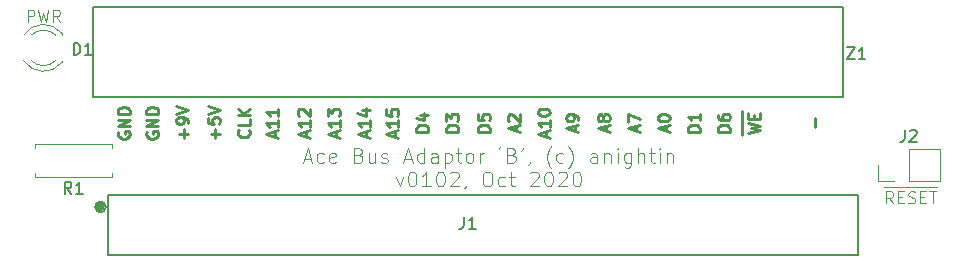
<source format=gbr>
G04 #@! TF.GenerationSoftware,KiCad,Pcbnew,(5.0.1-3-g963ef8bb5)*
G04 #@! TF.CreationDate,2020-10-05T19:50:21+01:00*
G04 #@! TF.ProjectId,ACE_Backplane_Adaptor_B,4143455F4261636B706C616E655F4164,rev?*
G04 #@! TF.SameCoordinates,Original*
G04 #@! TF.FileFunction,Legend,Top*
G04 #@! TF.FilePolarity,Positive*
%FSLAX46Y46*%
G04 Gerber Fmt 4.6, Leading zero omitted, Abs format (unit mm)*
G04 Created by KiCad (PCBNEW (5.0.1-3-g963ef8bb5)) date Monday, 05 October 2020 at 19:50:21*
%MOMM*%
%LPD*%
G01*
G04 APERTURE LIST*
%ADD10C,0.200000*%
%ADD11C,0.125000*%
%ADD12C,0.250000*%
%ADD13C,0.120000*%
%ADD14C,0.150000*%
G04 APERTURE END LIST*
D10*
X118059905Y-95250000D02*
G75*
G03X118059905Y-95250000I-457905J0D01*
G01*
X117885981Y-95250000D02*
G75*
G03X117885981Y-95250000I-283981J0D01*
G01*
X117781605Y-95250000D02*
G75*
G03X117781605Y-95250000I-179605J0D01*
G01*
X117729000Y-95123000D02*
G75*
G03X117729000Y-95123000I-127000J0D01*
G01*
D11*
X111442666Y-79573380D02*
X111442666Y-78573380D01*
X111823619Y-78573380D01*
X111918857Y-78621000D01*
X111966476Y-78668619D01*
X112014095Y-78763857D01*
X112014095Y-78906714D01*
X111966476Y-79001952D01*
X111918857Y-79049571D01*
X111823619Y-79097190D01*
X111442666Y-79097190D01*
X112347428Y-78573380D02*
X112585523Y-79573380D01*
X112776000Y-78859095D01*
X112966476Y-79573380D01*
X113204571Y-78573380D01*
X114156952Y-79573380D02*
X113823619Y-79097190D01*
X113585523Y-79573380D02*
X113585523Y-78573380D01*
X113966476Y-78573380D01*
X114061714Y-78621000D01*
X114109333Y-78668619D01*
X114156952Y-78763857D01*
X114156952Y-78906714D01*
X114109333Y-79001952D01*
X114061714Y-79049571D01*
X113966476Y-79097190D01*
X113585523Y-79097190D01*
D12*
X178125428Y-88518952D02*
X178125428Y-87757047D01*
X171929000Y-89161809D02*
X171929000Y-88018952D01*
X172426380Y-89018952D02*
X173426380Y-88780857D01*
X172712095Y-88590380D01*
X173426380Y-88399904D01*
X172426380Y-88161809D01*
X171929000Y-88018952D02*
X171929000Y-87114190D01*
X172902571Y-87780857D02*
X172902571Y-87447523D01*
X173426380Y-87304666D02*
X173426380Y-87780857D01*
X172426380Y-87780857D01*
X172426380Y-87304666D01*
X170886380Y-88876095D02*
X169886380Y-88876095D01*
X169886380Y-88638000D01*
X169934000Y-88495142D01*
X170029238Y-88399904D01*
X170124476Y-88352285D01*
X170314952Y-88304666D01*
X170457809Y-88304666D01*
X170648285Y-88352285D01*
X170743523Y-88399904D01*
X170838761Y-88495142D01*
X170886380Y-88638000D01*
X170886380Y-88876095D01*
X169886380Y-87447523D02*
X169886380Y-87638000D01*
X169934000Y-87733238D01*
X169981619Y-87780857D01*
X170124476Y-87876095D01*
X170314952Y-87923714D01*
X170695904Y-87923714D01*
X170791142Y-87876095D01*
X170838761Y-87828476D01*
X170886380Y-87733238D01*
X170886380Y-87542761D01*
X170838761Y-87447523D01*
X170791142Y-87399904D01*
X170695904Y-87352285D01*
X170457809Y-87352285D01*
X170362571Y-87399904D01*
X170314952Y-87447523D01*
X170267333Y-87542761D01*
X170267333Y-87733238D01*
X170314952Y-87828476D01*
X170362571Y-87876095D01*
X170457809Y-87923714D01*
X168346380Y-88876095D02*
X167346380Y-88876095D01*
X167346380Y-88638000D01*
X167394000Y-88495142D01*
X167489238Y-88399904D01*
X167584476Y-88352285D01*
X167774952Y-88304666D01*
X167917809Y-88304666D01*
X168108285Y-88352285D01*
X168203523Y-88399904D01*
X168298761Y-88495142D01*
X168346380Y-88638000D01*
X168346380Y-88876095D01*
X168346380Y-87352285D02*
X168346380Y-87923714D01*
X168346380Y-87638000D02*
X167346380Y-87638000D01*
X167489238Y-87733238D01*
X167584476Y-87828476D01*
X167632095Y-87923714D01*
X165520666Y-88852285D02*
X165520666Y-88376095D01*
X165806380Y-88947523D02*
X164806380Y-88614190D01*
X165806380Y-88280857D01*
X164806380Y-87757047D02*
X164806380Y-87661809D01*
X164854000Y-87566571D01*
X164901619Y-87518952D01*
X164996857Y-87471333D01*
X165187333Y-87423714D01*
X165425428Y-87423714D01*
X165615904Y-87471333D01*
X165711142Y-87518952D01*
X165758761Y-87566571D01*
X165806380Y-87661809D01*
X165806380Y-87757047D01*
X165758761Y-87852285D01*
X165711142Y-87899904D01*
X165615904Y-87947523D01*
X165425428Y-87995142D01*
X165187333Y-87995142D01*
X164996857Y-87947523D01*
X164901619Y-87899904D01*
X164854000Y-87852285D01*
X164806380Y-87757047D01*
X162980666Y-88852285D02*
X162980666Y-88376095D01*
X163266380Y-88947523D02*
X162266380Y-88614190D01*
X163266380Y-88280857D01*
X162266380Y-88042761D02*
X162266380Y-87376095D01*
X163266380Y-87804666D01*
X160440666Y-88852285D02*
X160440666Y-88376095D01*
X160726380Y-88947523D02*
X159726380Y-88614190D01*
X160726380Y-88280857D01*
X160154952Y-87804666D02*
X160107333Y-87899904D01*
X160059714Y-87947523D01*
X159964476Y-87995142D01*
X159916857Y-87995142D01*
X159821619Y-87947523D01*
X159774000Y-87899904D01*
X159726380Y-87804666D01*
X159726380Y-87614190D01*
X159774000Y-87518952D01*
X159821619Y-87471333D01*
X159916857Y-87423714D01*
X159964476Y-87423714D01*
X160059714Y-87471333D01*
X160107333Y-87518952D01*
X160154952Y-87614190D01*
X160154952Y-87804666D01*
X160202571Y-87899904D01*
X160250190Y-87947523D01*
X160345428Y-87995142D01*
X160535904Y-87995142D01*
X160631142Y-87947523D01*
X160678761Y-87899904D01*
X160726380Y-87804666D01*
X160726380Y-87614190D01*
X160678761Y-87518952D01*
X160631142Y-87471333D01*
X160535904Y-87423714D01*
X160345428Y-87423714D01*
X160250190Y-87471333D01*
X160202571Y-87518952D01*
X160154952Y-87614190D01*
X157773666Y-88852285D02*
X157773666Y-88376095D01*
X158059380Y-88947523D02*
X157059380Y-88614190D01*
X158059380Y-88280857D01*
X158059380Y-87899904D02*
X158059380Y-87709428D01*
X158011761Y-87614190D01*
X157964142Y-87566571D01*
X157821285Y-87471333D01*
X157630809Y-87423714D01*
X157249857Y-87423714D01*
X157154619Y-87471333D01*
X157107000Y-87518952D01*
X157059380Y-87614190D01*
X157059380Y-87804666D01*
X157107000Y-87899904D01*
X157154619Y-87947523D01*
X157249857Y-87995142D01*
X157487952Y-87995142D01*
X157583190Y-87947523D01*
X157630809Y-87899904D01*
X157678428Y-87804666D01*
X157678428Y-87614190D01*
X157630809Y-87518952D01*
X157583190Y-87471333D01*
X157487952Y-87423714D01*
X155360666Y-89328476D02*
X155360666Y-88852285D01*
X155646380Y-89423714D02*
X154646380Y-89090380D01*
X155646380Y-88757047D01*
X155646380Y-87899904D02*
X155646380Y-88471333D01*
X155646380Y-88185619D02*
X154646380Y-88185619D01*
X154789238Y-88280857D01*
X154884476Y-88376095D01*
X154932095Y-88471333D01*
X154646380Y-87280857D02*
X154646380Y-87185619D01*
X154694000Y-87090380D01*
X154741619Y-87042761D01*
X154836857Y-86995142D01*
X155027333Y-86947523D01*
X155265428Y-86947523D01*
X155455904Y-86995142D01*
X155551142Y-87042761D01*
X155598761Y-87090380D01*
X155646380Y-87185619D01*
X155646380Y-87280857D01*
X155598761Y-87376095D01*
X155551142Y-87423714D01*
X155455904Y-87471333D01*
X155265428Y-87518952D01*
X155027333Y-87518952D01*
X154836857Y-87471333D01*
X154741619Y-87423714D01*
X154694000Y-87376095D01*
X154646380Y-87280857D01*
X152820666Y-88852285D02*
X152820666Y-88376095D01*
X153106380Y-88947523D02*
X152106380Y-88614190D01*
X153106380Y-88280857D01*
X152201619Y-87995142D02*
X152154000Y-87947523D01*
X152106380Y-87852285D01*
X152106380Y-87614190D01*
X152154000Y-87518952D01*
X152201619Y-87471333D01*
X152296857Y-87423714D01*
X152392095Y-87423714D01*
X152534952Y-87471333D01*
X153106380Y-88042761D01*
X153106380Y-87423714D01*
X150566380Y-88876095D02*
X149566380Y-88876095D01*
X149566380Y-88638000D01*
X149614000Y-88495142D01*
X149709238Y-88399904D01*
X149804476Y-88352285D01*
X149994952Y-88304666D01*
X150137809Y-88304666D01*
X150328285Y-88352285D01*
X150423523Y-88399904D01*
X150518761Y-88495142D01*
X150566380Y-88638000D01*
X150566380Y-88876095D01*
X149566380Y-87399904D02*
X149566380Y-87876095D01*
X150042571Y-87923714D01*
X149994952Y-87876095D01*
X149947333Y-87780857D01*
X149947333Y-87542761D01*
X149994952Y-87447523D01*
X150042571Y-87399904D01*
X150137809Y-87352285D01*
X150375904Y-87352285D01*
X150471142Y-87399904D01*
X150518761Y-87447523D01*
X150566380Y-87542761D01*
X150566380Y-87780857D01*
X150518761Y-87876095D01*
X150471142Y-87923714D01*
X147899380Y-88876095D02*
X146899380Y-88876095D01*
X146899380Y-88638000D01*
X146947000Y-88495142D01*
X147042238Y-88399904D01*
X147137476Y-88352285D01*
X147327952Y-88304666D01*
X147470809Y-88304666D01*
X147661285Y-88352285D01*
X147756523Y-88399904D01*
X147851761Y-88495142D01*
X147899380Y-88638000D01*
X147899380Y-88876095D01*
X146899380Y-87971333D02*
X146899380Y-87352285D01*
X147280333Y-87685619D01*
X147280333Y-87542761D01*
X147327952Y-87447523D01*
X147375571Y-87399904D01*
X147470809Y-87352285D01*
X147708904Y-87352285D01*
X147804142Y-87399904D01*
X147851761Y-87447523D01*
X147899380Y-87542761D01*
X147899380Y-87828476D01*
X147851761Y-87923714D01*
X147804142Y-87971333D01*
X145359380Y-88876095D02*
X144359380Y-88876095D01*
X144359380Y-88638000D01*
X144407000Y-88495142D01*
X144502238Y-88399904D01*
X144597476Y-88352285D01*
X144787952Y-88304666D01*
X144930809Y-88304666D01*
X145121285Y-88352285D01*
X145216523Y-88399904D01*
X145311761Y-88495142D01*
X145359380Y-88638000D01*
X145359380Y-88876095D01*
X144692714Y-87447523D02*
X145359380Y-87447523D01*
X144311761Y-87685619D02*
X145026047Y-87923714D01*
X145026047Y-87304666D01*
X142533666Y-89328476D02*
X142533666Y-88852285D01*
X142819380Y-89423714D02*
X141819380Y-89090380D01*
X142819380Y-88757047D01*
X142819380Y-87899904D02*
X142819380Y-88471333D01*
X142819380Y-88185619D02*
X141819380Y-88185619D01*
X141962238Y-88280857D01*
X142057476Y-88376095D01*
X142105095Y-88471333D01*
X141819380Y-86995142D02*
X141819380Y-87471333D01*
X142295571Y-87518952D01*
X142247952Y-87471333D01*
X142200333Y-87376095D01*
X142200333Y-87138000D01*
X142247952Y-87042761D01*
X142295571Y-86995142D01*
X142390809Y-86947523D01*
X142628904Y-86947523D01*
X142724142Y-86995142D01*
X142771761Y-87042761D01*
X142819380Y-87138000D01*
X142819380Y-87376095D01*
X142771761Y-87471333D01*
X142724142Y-87518952D01*
X140120666Y-89328476D02*
X140120666Y-88852285D01*
X140406380Y-89423714D02*
X139406380Y-89090380D01*
X140406380Y-88757047D01*
X140406380Y-87899904D02*
X140406380Y-88471333D01*
X140406380Y-88185619D02*
X139406380Y-88185619D01*
X139549238Y-88280857D01*
X139644476Y-88376095D01*
X139692095Y-88471333D01*
X139739714Y-87042761D02*
X140406380Y-87042761D01*
X139358761Y-87280857D02*
X140073047Y-87518952D01*
X140073047Y-86899904D01*
X137580666Y-89328476D02*
X137580666Y-88852285D01*
X137866380Y-89423714D02*
X136866380Y-89090380D01*
X137866380Y-88757047D01*
X137866380Y-87899904D02*
X137866380Y-88471333D01*
X137866380Y-88185619D02*
X136866380Y-88185619D01*
X137009238Y-88280857D01*
X137104476Y-88376095D01*
X137152095Y-88471333D01*
X136866380Y-87566571D02*
X136866380Y-86947523D01*
X137247333Y-87280857D01*
X137247333Y-87138000D01*
X137294952Y-87042761D01*
X137342571Y-86995142D01*
X137437809Y-86947523D01*
X137675904Y-86947523D01*
X137771142Y-86995142D01*
X137818761Y-87042761D01*
X137866380Y-87138000D01*
X137866380Y-87423714D01*
X137818761Y-87518952D01*
X137771142Y-87566571D01*
X135040666Y-89328476D02*
X135040666Y-88852285D01*
X135326380Y-89423714D02*
X134326380Y-89090380D01*
X135326380Y-88757047D01*
X135326380Y-87899904D02*
X135326380Y-88471333D01*
X135326380Y-88185619D02*
X134326380Y-88185619D01*
X134469238Y-88280857D01*
X134564476Y-88376095D01*
X134612095Y-88471333D01*
X134421619Y-87518952D02*
X134374000Y-87471333D01*
X134326380Y-87376095D01*
X134326380Y-87138000D01*
X134374000Y-87042761D01*
X134421619Y-86995142D01*
X134516857Y-86947523D01*
X134612095Y-86947523D01*
X134754952Y-86995142D01*
X135326380Y-87566571D01*
X135326380Y-86947523D01*
X132373666Y-89328476D02*
X132373666Y-88852285D01*
X132659380Y-89423714D02*
X131659380Y-89090380D01*
X132659380Y-88757047D01*
X132659380Y-87899904D02*
X132659380Y-88471333D01*
X132659380Y-88185619D02*
X131659380Y-88185619D01*
X131802238Y-88280857D01*
X131897476Y-88376095D01*
X131945095Y-88471333D01*
X132659380Y-86947523D02*
X132659380Y-87518952D01*
X132659380Y-87233238D02*
X131659380Y-87233238D01*
X131802238Y-87328476D01*
X131897476Y-87423714D01*
X131945095Y-87518952D01*
X130151142Y-88733238D02*
X130198761Y-88780857D01*
X130246380Y-88923714D01*
X130246380Y-89018952D01*
X130198761Y-89161809D01*
X130103523Y-89257047D01*
X130008285Y-89304666D01*
X129817809Y-89352285D01*
X129674952Y-89352285D01*
X129484476Y-89304666D01*
X129389238Y-89257047D01*
X129294000Y-89161809D01*
X129246380Y-89018952D01*
X129246380Y-88923714D01*
X129294000Y-88780857D01*
X129341619Y-88733238D01*
X130246380Y-87828476D02*
X130246380Y-88304666D01*
X129246380Y-88304666D01*
X130246380Y-87495142D02*
X129246380Y-87495142D01*
X130246380Y-86923714D02*
X129674952Y-87352285D01*
X129246380Y-86923714D02*
X129817809Y-87495142D01*
X127325428Y-89423714D02*
X127325428Y-88661809D01*
X127706380Y-89042761D02*
X126944476Y-89042761D01*
X126706380Y-87709428D02*
X126706380Y-88185619D01*
X127182571Y-88233238D01*
X127134952Y-88185619D01*
X127087333Y-88090380D01*
X127087333Y-87852285D01*
X127134952Y-87757047D01*
X127182571Y-87709428D01*
X127277809Y-87661809D01*
X127515904Y-87661809D01*
X127611142Y-87709428D01*
X127658761Y-87757047D01*
X127706380Y-87852285D01*
X127706380Y-88090380D01*
X127658761Y-88185619D01*
X127611142Y-88233238D01*
X126706380Y-87376095D02*
X127706380Y-87042761D01*
X126706380Y-86709428D01*
X124658428Y-89423714D02*
X124658428Y-88661809D01*
X125039380Y-89042761D02*
X124277476Y-89042761D01*
X125039380Y-88138000D02*
X125039380Y-87947523D01*
X124991761Y-87852285D01*
X124944142Y-87804666D01*
X124801285Y-87709428D01*
X124610809Y-87661809D01*
X124229857Y-87661809D01*
X124134619Y-87709428D01*
X124087000Y-87757047D01*
X124039380Y-87852285D01*
X124039380Y-88042761D01*
X124087000Y-88138000D01*
X124134619Y-88185619D01*
X124229857Y-88233238D01*
X124467952Y-88233238D01*
X124563190Y-88185619D01*
X124610809Y-88138000D01*
X124658428Y-88042761D01*
X124658428Y-87852285D01*
X124610809Y-87757047D01*
X124563190Y-87709428D01*
X124467952Y-87661809D01*
X124039380Y-87376095D02*
X125039380Y-87042761D01*
X124039380Y-86709428D01*
X121547000Y-88899904D02*
X121499380Y-88995142D01*
X121499380Y-89138000D01*
X121547000Y-89280857D01*
X121642238Y-89376095D01*
X121737476Y-89423714D01*
X121927952Y-89471333D01*
X122070809Y-89471333D01*
X122261285Y-89423714D01*
X122356523Y-89376095D01*
X122451761Y-89280857D01*
X122499380Y-89138000D01*
X122499380Y-89042761D01*
X122451761Y-88899904D01*
X122404142Y-88852285D01*
X122070809Y-88852285D01*
X122070809Y-89042761D01*
X122499380Y-88423714D02*
X121499380Y-88423714D01*
X122499380Y-87852285D01*
X121499380Y-87852285D01*
X122499380Y-87376095D02*
X121499380Y-87376095D01*
X121499380Y-87138000D01*
X121547000Y-86995142D01*
X121642238Y-86899904D01*
X121737476Y-86852285D01*
X121927952Y-86804666D01*
X122070809Y-86804666D01*
X122261285Y-86852285D01*
X122356523Y-86899904D01*
X122451761Y-86995142D01*
X122499380Y-87138000D01*
X122499380Y-87376095D01*
X119134000Y-88899904D02*
X119086380Y-88995142D01*
X119086380Y-89138000D01*
X119134000Y-89280857D01*
X119229238Y-89376095D01*
X119324476Y-89423714D01*
X119514952Y-89471333D01*
X119657809Y-89471333D01*
X119848285Y-89423714D01*
X119943523Y-89376095D01*
X120038761Y-89280857D01*
X120086380Y-89138000D01*
X120086380Y-89042761D01*
X120038761Y-88899904D01*
X119991142Y-88852285D01*
X119657809Y-88852285D01*
X119657809Y-89042761D01*
X120086380Y-88423714D02*
X119086380Y-88423714D01*
X120086380Y-87852285D01*
X119086380Y-87852285D01*
X120086380Y-87376095D02*
X119086380Y-87376095D01*
X119086380Y-87138000D01*
X119134000Y-86995142D01*
X119229238Y-86899904D01*
X119324476Y-86852285D01*
X119514952Y-86804666D01*
X119657809Y-86804666D01*
X119848285Y-86852285D01*
X119943523Y-86899904D01*
X120038761Y-86995142D01*
X120086380Y-87138000D01*
X120086380Y-87376095D01*
D11*
X183920095Y-93605500D02*
X184920095Y-93605500D01*
X184729619Y-94940380D02*
X184396285Y-94464190D01*
X184158190Y-94940380D02*
X184158190Y-93940380D01*
X184539142Y-93940380D01*
X184634380Y-93988000D01*
X184682000Y-94035619D01*
X184729619Y-94130857D01*
X184729619Y-94273714D01*
X184682000Y-94368952D01*
X184634380Y-94416571D01*
X184539142Y-94464190D01*
X184158190Y-94464190D01*
X184920095Y-93605500D02*
X185824857Y-93605500D01*
X185158190Y-94416571D02*
X185491523Y-94416571D01*
X185634380Y-94940380D02*
X185158190Y-94940380D01*
X185158190Y-93940380D01*
X185634380Y-93940380D01*
X185824857Y-93605500D02*
X186777238Y-93605500D01*
X186015333Y-94892761D02*
X186158190Y-94940380D01*
X186396285Y-94940380D01*
X186491523Y-94892761D01*
X186539142Y-94845142D01*
X186586761Y-94749904D01*
X186586761Y-94654666D01*
X186539142Y-94559428D01*
X186491523Y-94511809D01*
X186396285Y-94464190D01*
X186205809Y-94416571D01*
X186110571Y-94368952D01*
X186062952Y-94321333D01*
X186015333Y-94226095D01*
X186015333Y-94130857D01*
X186062952Y-94035619D01*
X186110571Y-93988000D01*
X186205809Y-93940380D01*
X186443904Y-93940380D01*
X186586761Y-93988000D01*
X186777238Y-93605500D02*
X187682000Y-93605500D01*
X187015333Y-94416571D02*
X187348666Y-94416571D01*
X187491523Y-94940380D02*
X187015333Y-94940380D01*
X187015333Y-93940380D01*
X187491523Y-93940380D01*
X187682000Y-93605500D02*
X188443904Y-93605500D01*
X187777238Y-93940380D02*
X188348666Y-93940380D01*
X188062952Y-94940380D02*
X188062952Y-93940380D01*
X134840238Y-91156333D02*
X135435476Y-91156333D01*
X134721190Y-91513476D02*
X135137857Y-90263476D01*
X135554523Y-91513476D01*
X136506904Y-91453952D02*
X136387857Y-91513476D01*
X136149761Y-91513476D01*
X136030714Y-91453952D01*
X135971190Y-91394428D01*
X135911666Y-91275380D01*
X135911666Y-90918238D01*
X135971190Y-90799190D01*
X136030714Y-90739666D01*
X136149761Y-90680142D01*
X136387857Y-90680142D01*
X136506904Y-90739666D01*
X137518809Y-91453952D02*
X137399761Y-91513476D01*
X137161666Y-91513476D01*
X137042619Y-91453952D01*
X136983095Y-91334904D01*
X136983095Y-90858714D01*
X137042619Y-90739666D01*
X137161666Y-90680142D01*
X137399761Y-90680142D01*
X137518809Y-90739666D01*
X137578333Y-90858714D01*
X137578333Y-90977761D01*
X136983095Y-91096809D01*
X139483095Y-90858714D02*
X139661666Y-90918238D01*
X139721190Y-90977761D01*
X139780714Y-91096809D01*
X139780714Y-91275380D01*
X139721190Y-91394428D01*
X139661666Y-91453952D01*
X139542619Y-91513476D01*
X139066428Y-91513476D01*
X139066428Y-90263476D01*
X139483095Y-90263476D01*
X139602142Y-90323000D01*
X139661666Y-90382523D01*
X139721190Y-90501571D01*
X139721190Y-90620619D01*
X139661666Y-90739666D01*
X139602142Y-90799190D01*
X139483095Y-90858714D01*
X139066428Y-90858714D01*
X140852142Y-90680142D02*
X140852142Y-91513476D01*
X140316428Y-90680142D02*
X140316428Y-91334904D01*
X140375952Y-91453952D01*
X140495000Y-91513476D01*
X140673571Y-91513476D01*
X140792619Y-91453952D01*
X140852142Y-91394428D01*
X141387857Y-91453952D02*
X141506904Y-91513476D01*
X141745000Y-91513476D01*
X141864047Y-91453952D01*
X141923571Y-91334904D01*
X141923571Y-91275380D01*
X141864047Y-91156333D01*
X141745000Y-91096809D01*
X141566428Y-91096809D01*
X141447380Y-91037285D01*
X141387857Y-90918238D01*
X141387857Y-90858714D01*
X141447380Y-90739666D01*
X141566428Y-90680142D01*
X141745000Y-90680142D01*
X141864047Y-90739666D01*
X143352142Y-91156333D02*
X143947380Y-91156333D01*
X143233095Y-91513476D02*
X143649761Y-90263476D01*
X144066428Y-91513476D01*
X145018809Y-91513476D02*
X145018809Y-90263476D01*
X145018809Y-91453952D02*
X144899761Y-91513476D01*
X144661666Y-91513476D01*
X144542619Y-91453952D01*
X144483095Y-91394428D01*
X144423571Y-91275380D01*
X144423571Y-90918238D01*
X144483095Y-90799190D01*
X144542619Y-90739666D01*
X144661666Y-90680142D01*
X144899761Y-90680142D01*
X145018809Y-90739666D01*
X146149761Y-91513476D02*
X146149761Y-90858714D01*
X146090238Y-90739666D01*
X145971190Y-90680142D01*
X145733095Y-90680142D01*
X145614047Y-90739666D01*
X146149761Y-91453952D02*
X146030714Y-91513476D01*
X145733095Y-91513476D01*
X145614047Y-91453952D01*
X145554523Y-91334904D01*
X145554523Y-91215857D01*
X145614047Y-91096809D01*
X145733095Y-91037285D01*
X146030714Y-91037285D01*
X146149761Y-90977761D01*
X146745000Y-90680142D02*
X146745000Y-91930142D01*
X146745000Y-90739666D02*
X146864047Y-90680142D01*
X147102142Y-90680142D01*
X147221190Y-90739666D01*
X147280714Y-90799190D01*
X147340238Y-90918238D01*
X147340238Y-91275380D01*
X147280714Y-91394428D01*
X147221190Y-91453952D01*
X147102142Y-91513476D01*
X146864047Y-91513476D01*
X146745000Y-91453952D01*
X147697380Y-90680142D02*
X148173571Y-90680142D01*
X147875952Y-90263476D02*
X147875952Y-91334904D01*
X147935476Y-91453952D01*
X148054523Y-91513476D01*
X148173571Y-91513476D01*
X148768809Y-91513476D02*
X148649761Y-91453952D01*
X148590238Y-91394428D01*
X148530714Y-91275380D01*
X148530714Y-90918238D01*
X148590238Y-90799190D01*
X148649761Y-90739666D01*
X148768809Y-90680142D01*
X148947380Y-90680142D01*
X149066428Y-90739666D01*
X149125952Y-90799190D01*
X149185476Y-90918238D01*
X149185476Y-91275380D01*
X149125952Y-91394428D01*
X149066428Y-91453952D01*
X148947380Y-91513476D01*
X148768809Y-91513476D01*
X149721190Y-91513476D02*
X149721190Y-90680142D01*
X149721190Y-90918238D02*
X149780714Y-90799190D01*
X149840238Y-90739666D01*
X149959285Y-90680142D01*
X150078333Y-90680142D01*
X151387857Y-90323000D02*
X151387857Y-90263476D01*
X151447380Y-90144428D01*
X151506904Y-90084904D01*
X152459285Y-90858714D02*
X152637857Y-90918238D01*
X152697380Y-90977761D01*
X152756904Y-91096809D01*
X152756904Y-91275380D01*
X152697380Y-91394428D01*
X152637857Y-91453952D01*
X152518809Y-91513476D01*
X152042619Y-91513476D01*
X152042619Y-90263476D01*
X152459285Y-90263476D01*
X152578333Y-90323000D01*
X152637857Y-90382523D01*
X152697380Y-90501571D01*
X152697380Y-90620619D01*
X152637857Y-90739666D01*
X152578333Y-90799190D01*
X152459285Y-90858714D01*
X152042619Y-90858714D01*
X153352142Y-90263476D02*
X153352142Y-90323000D01*
X153292619Y-90442047D01*
X153233095Y-90501571D01*
X153947380Y-91453952D02*
X153947380Y-91513476D01*
X153887857Y-91632523D01*
X153828333Y-91692047D01*
X155792619Y-91989666D02*
X155733095Y-91930142D01*
X155614047Y-91751571D01*
X155554523Y-91632523D01*
X155495000Y-91453952D01*
X155435476Y-91156333D01*
X155435476Y-90918238D01*
X155495000Y-90620619D01*
X155554523Y-90442047D01*
X155614047Y-90323000D01*
X155733095Y-90144428D01*
X155792619Y-90084904D01*
X156804523Y-91453952D02*
X156685476Y-91513476D01*
X156447380Y-91513476D01*
X156328333Y-91453952D01*
X156268809Y-91394428D01*
X156209285Y-91275380D01*
X156209285Y-90918238D01*
X156268809Y-90799190D01*
X156328333Y-90739666D01*
X156447380Y-90680142D01*
X156685476Y-90680142D01*
X156804523Y-90739666D01*
X157221190Y-91989666D02*
X157280714Y-91930142D01*
X157399761Y-91751571D01*
X157459285Y-91632523D01*
X157518809Y-91453952D01*
X157578333Y-91156333D01*
X157578333Y-90918238D01*
X157518809Y-90620619D01*
X157459285Y-90442047D01*
X157399761Y-90323000D01*
X157280714Y-90144428D01*
X157221190Y-90084904D01*
X159661666Y-91513476D02*
X159661666Y-90858714D01*
X159602142Y-90739666D01*
X159483095Y-90680142D01*
X159245000Y-90680142D01*
X159125952Y-90739666D01*
X159661666Y-91453952D02*
X159542619Y-91513476D01*
X159245000Y-91513476D01*
X159125952Y-91453952D01*
X159066428Y-91334904D01*
X159066428Y-91215857D01*
X159125952Y-91096809D01*
X159245000Y-91037285D01*
X159542619Y-91037285D01*
X159661666Y-90977761D01*
X160256904Y-90680142D02*
X160256904Y-91513476D01*
X160256904Y-90799190D02*
X160316428Y-90739666D01*
X160435476Y-90680142D01*
X160614047Y-90680142D01*
X160733095Y-90739666D01*
X160792619Y-90858714D01*
X160792619Y-91513476D01*
X161387857Y-91513476D02*
X161387857Y-90680142D01*
X161387857Y-90263476D02*
X161328333Y-90323000D01*
X161387857Y-90382523D01*
X161447380Y-90323000D01*
X161387857Y-90263476D01*
X161387857Y-90382523D01*
X162518809Y-90680142D02*
X162518809Y-91692047D01*
X162459285Y-91811095D01*
X162399761Y-91870619D01*
X162280714Y-91930142D01*
X162102142Y-91930142D01*
X161983095Y-91870619D01*
X162518809Y-91453952D02*
X162399761Y-91513476D01*
X162161666Y-91513476D01*
X162042619Y-91453952D01*
X161983095Y-91394428D01*
X161923571Y-91275380D01*
X161923571Y-90918238D01*
X161983095Y-90799190D01*
X162042619Y-90739666D01*
X162161666Y-90680142D01*
X162399761Y-90680142D01*
X162518809Y-90739666D01*
X163114047Y-91513476D02*
X163114047Y-90263476D01*
X163649761Y-91513476D02*
X163649761Y-90858714D01*
X163590238Y-90739666D01*
X163471190Y-90680142D01*
X163292619Y-90680142D01*
X163173571Y-90739666D01*
X163114047Y-90799190D01*
X164066428Y-90680142D02*
X164542619Y-90680142D01*
X164245000Y-90263476D02*
X164245000Y-91334904D01*
X164304523Y-91453952D01*
X164423571Y-91513476D01*
X164542619Y-91513476D01*
X164959285Y-91513476D02*
X164959285Y-90680142D01*
X164959285Y-90263476D02*
X164899761Y-90323000D01*
X164959285Y-90382523D01*
X165018809Y-90323000D01*
X164959285Y-90263476D01*
X164959285Y-90382523D01*
X165554523Y-90680142D02*
X165554523Y-91513476D01*
X165554523Y-90799190D02*
X165614047Y-90739666D01*
X165733095Y-90680142D01*
X165911666Y-90680142D01*
X166030714Y-90739666D01*
X166090238Y-90858714D01*
X166090238Y-91513476D01*
X142637857Y-92680142D02*
X142935476Y-93513476D01*
X143233095Y-92680142D01*
X143947380Y-92263476D02*
X144066428Y-92263476D01*
X144185476Y-92323000D01*
X144245000Y-92382523D01*
X144304523Y-92501571D01*
X144364047Y-92739666D01*
X144364047Y-93037285D01*
X144304523Y-93275380D01*
X144245000Y-93394428D01*
X144185476Y-93453952D01*
X144066428Y-93513476D01*
X143947380Y-93513476D01*
X143828333Y-93453952D01*
X143768809Y-93394428D01*
X143709285Y-93275380D01*
X143649761Y-93037285D01*
X143649761Y-92739666D01*
X143709285Y-92501571D01*
X143768809Y-92382523D01*
X143828333Y-92323000D01*
X143947380Y-92263476D01*
X145554523Y-93513476D02*
X144840238Y-93513476D01*
X145197380Y-93513476D02*
X145197380Y-92263476D01*
X145078333Y-92442047D01*
X144959285Y-92561095D01*
X144840238Y-92620619D01*
X146328333Y-92263476D02*
X146447380Y-92263476D01*
X146566428Y-92323000D01*
X146625952Y-92382523D01*
X146685476Y-92501571D01*
X146745000Y-92739666D01*
X146745000Y-93037285D01*
X146685476Y-93275380D01*
X146625952Y-93394428D01*
X146566428Y-93453952D01*
X146447380Y-93513476D01*
X146328333Y-93513476D01*
X146209285Y-93453952D01*
X146149761Y-93394428D01*
X146090238Y-93275380D01*
X146030714Y-93037285D01*
X146030714Y-92739666D01*
X146090238Y-92501571D01*
X146149761Y-92382523D01*
X146209285Y-92323000D01*
X146328333Y-92263476D01*
X147221190Y-92382523D02*
X147280714Y-92323000D01*
X147399761Y-92263476D01*
X147697380Y-92263476D01*
X147816428Y-92323000D01*
X147875952Y-92382523D01*
X147935476Y-92501571D01*
X147935476Y-92620619D01*
X147875952Y-92799190D01*
X147161666Y-93513476D01*
X147935476Y-93513476D01*
X148530714Y-93453952D02*
X148530714Y-93513476D01*
X148471190Y-93632523D01*
X148411666Y-93692047D01*
X150256904Y-92263476D02*
X150495000Y-92263476D01*
X150614047Y-92323000D01*
X150733095Y-92442047D01*
X150792619Y-92680142D01*
X150792619Y-93096809D01*
X150733095Y-93334904D01*
X150614047Y-93453952D01*
X150495000Y-93513476D01*
X150256904Y-93513476D01*
X150137857Y-93453952D01*
X150018809Y-93334904D01*
X149959285Y-93096809D01*
X149959285Y-92680142D01*
X150018809Y-92442047D01*
X150137857Y-92323000D01*
X150256904Y-92263476D01*
X151864047Y-93453952D02*
X151745000Y-93513476D01*
X151506904Y-93513476D01*
X151387857Y-93453952D01*
X151328333Y-93394428D01*
X151268809Y-93275380D01*
X151268809Y-92918238D01*
X151328333Y-92799190D01*
X151387857Y-92739666D01*
X151506904Y-92680142D01*
X151745000Y-92680142D01*
X151864047Y-92739666D01*
X152221190Y-92680142D02*
X152697380Y-92680142D01*
X152399761Y-92263476D02*
X152399761Y-93334904D01*
X152459285Y-93453952D01*
X152578333Y-93513476D01*
X152697380Y-93513476D01*
X154006904Y-92382523D02*
X154066428Y-92323000D01*
X154185476Y-92263476D01*
X154483095Y-92263476D01*
X154602142Y-92323000D01*
X154661666Y-92382523D01*
X154721190Y-92501571D01*
X154721190Y-92620619D01*
X154661666Y-92799190D01*
X153947380Y-93513476D01*
X154721190Y-93513476D01*
X155495000Y-92263476D02*
X155614047Y-92263476D01*
X155733095Y-92323000D01*
X155792619Y-92382523D01*
X155852142Y-92501571D01*
X155911666Y-92739666D01*
X155911666Y-93037285D01*
X155852142Y-93275380D01*
X155792619Y-93394428D01*
X155733095Y-93453952D01*
X155614047Y-93513476D01*
X155495000Y-93513476D01*
X155375952Y-93453952D01*
X155316428Y-93394428D01*
X155256904Y-93275380D01*
X155197380Y-93037285D01*
X155197380Y-92739666D01*
X155256904Y-92501571D01*
X155316428Y-92382523D01*
X155375952Y-92323000D01*
X155495000Y-92263476D01*
X156387857Y-92382523D02*
X156447380Y-92323000D01*
X156566428Y-92263476D01*
X156864047Y-92263476D01*
X156983095Y-92323000D01*
X157042619Y-92382523D01*
X157102142Y-92501571D01*
X157102142Y-92620619D01*
X157042619Y-92799190D01*
X156328333Y-93513476D01*
X157102142Y-93513476D01*
X157875952Y-92263476D02*
X157995000Y-92263476D01*
X158114047Y-92323000D01*
X158173571Y-92382523D01*
X158233095Y-92501571D01*
X158292619Y-92739666D01*
X158292619Y-93037285D01*
X158233095Y-93275380D01*
X158173571Y-93394428D01*
X158114047Y-93453952D01*
X157995000Y-93513476D01*
X157875952Y-93513476D01*
X157756904Y-93453952D01*
X157697380Y-93394428D01*
X157637857Y-93275380D01*
X157578333Y-93037285D01*
X157578333Y-92739666D01*
X157637857Y-92501571D01*
X157697380Y-92382523D01*
X157756904Y-92323000D01*
X157875952Y-92263476D01*
D13*
G04 #@! TO.C,J2*
X188655000Y-93024000D02*
X188655000Y-90364000D01*
X186055000Y-93024000D02*
X188655000Y-93024000D01*
X186055000Y-90364000D02*
X188655000Y-90364000D01*
X186055000Y-93024000D02*
X186055000Y-90364000D01*
X184785000Y-93024000D02*
X183455000Y-93024000D01*
X183455000Y-93024000D02*
X183455000Y-91694000D01*
D14*
G04 #@! TO.C,Z1*
X180467000Y-85979000D02*
X118237000Y-85979000D01*
X180467000Y-78359000D02*
X180467000Y-85979000D01*
X118237000Y-78359000D02*
X180467000Y-78359000D01*
X118237000Y-78359000D02*
X116967000Y-78359000D01*
X118237000Y-85979000D02*
X116967000Y-85979000D01*
X116967000Y-78359000D02*
X116967000Y-85979000D01*
D13*
G04 #@! TO.C,D1*
X111103665Y-82866608D02*
G75*
G03X114336000Y-83023516I1672335J1078608D01*
G01*
X111103665Y-80709392D02*
G75*
G02X114336000Y-80552484I1672335J-1078608D01*
G01*
X111734870Y-82867837D02*
G75*
G03X113816961Y-82868000I1041130J1079837D01*
G01*
X111734870Y-80708163D02*
G75*
G02X113816961Y-80708000I1041130J-1079837D01*
G01*
X114336000Y-83024000D02*
X114336000Y-82868000D01*
X114336000Y-80708000D02*
X114336000Y-80552000D01*
G04 #@! TO.C,R1*
X118586000Y-92353000D02*
X118586000Y-92683000D01*
X118586000Y-92683000D02*
X112046000Y-92683000D01*
X112046000Y-92683000D02*
X112046000Y-92353000D01*
X118586000Y-90273000D02*
X118586000Y-89943000D01*
X118586000Y-89943000D02*
X112046000Y-89943000D01*
X112046000Y-89943000D02*
X112046000Y-90273000D01*
D14*
G04 #@! TO.C,J1*
X181737000Y-94234000D02*
X118237000Y-94234000D01*
X181737000Y-99314000D02*
X181737000Y-94234000D01*
X118237000Y-99314000D02*
X181737000Y-99314000D01*
X118237000Y-94234000D02*
X118237000Y-99314000D01*
G04 #@! TO.C,J2*
X185721666Y-88733380D02*
X185721666Y-89447666D01*
X185674047Y-89590523D01*
X185578809Y-89685761D01*
X185435952Y-89733380D01*
X185340714Y-89733380D01*
X186150238Y-88828619D02*
X186197857Y-88781000D01*
X186293095Y-88733380D01*
X186531190Y-88733380D01*
X186626428Y-88781000D01*
X186674047Y-88828619D01*
X186721666Y-88923857D01*
X186721666Y-89019095D01*
X186674047Y-89161952D01*
X186102619Y-89733380D01*
X186721666Y-89733380D01*
G04 #@! TO.C,Z1*
X180800476Y-81748380D02*
X181467142Y-81748380D01*
X180800476Y-82748380D01*
X181467142Y-82748380D01*
X182371904Y-82748380D02*
X181800476Y-82748380D01*
X182086190Y-82748380D02*
X182086190Y-81748380D01*
X181990952Y-81891238D01*
X181895714Y-81986476D01*
X181800476Y-82034095D01*
G04 #@! TO.C,D1*
X115339904Y-82367380D02*
X115339904Y-81367380D01*
X115578000Y-81367380D01*
X115720857Y-81415000D01*
X115816095Y-81510238D01*
X115863714Y-81605476D01*
X115911333Y-81795952D01*
X115911333Y-81938809D01*
X115863714Y-82129285D01*
X115816095Y-82224523D01*
X115720857Y-82319761D01*
X115578000Y-82367380D01*
X115339904Y-82367380D01*
X116863714Y-82367380D02*
X116292285Y-82367380D01*
X116578000Y-82367380D02*
X116578000Y-81367380D01*
X116482761Y-81510238D01*
X116387523Y-81605476D01*
X116292285Y-81653095D01*
G04 #@! TO.C,R1*
X115149333Y-94135380D02*
X114816000Y-93659190D01*
X114577904Y-94135380D02*
X114577904Y-93135380D01*
X114958857Y-93135380D01*
X115054095Y-93183000D01*
X115101714Y-93230619D01*
X115149333Y-93325857D01*
X115149333Y-93468714D01*
X115101714Y-93563952D01*
X115054095Y-93611571D01*
X114958857Y-93659190D01*
X114577904Y-93659190D01*
X116101714Y-94135380D02*
X115530285Y-94135380D01*
X115816000Y-94135380D02*
X115816000Y-93135380D01*
X115720761Y-93278238D01*
X115625523Y-93373476D01*
X115530285Y-93421095D01*
G04 #@! TO.C,J1*
X148383666Y-96099380D02*
X148383666Y-96813666D01*
X148336047Y-96956523D01*
X148240809Y-97051761D01*
X148097952Y-97099380D01*
X148002714Y-97099380D01*
X149383666Y-97099380D02*
X148812238Y-97099380D01*
X149097952Y-97099380D02*
X149097952Y-96099380D01*
X149002714Y-96242238D01*
X148907476Y-96337476D01*
X148812238Y-96385095D01*
G04 #@! TD*
M02*

</source>
